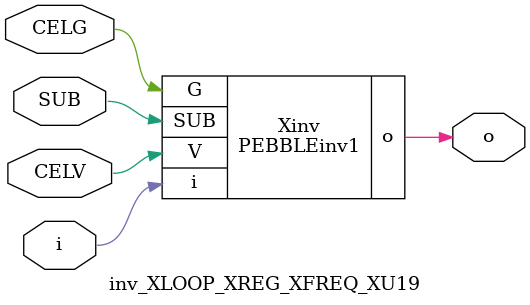
<source format=v>



module PEBBLEinv1 ( o, G, SUB, V, i );

  input V;
  input i;
  input G;
  output o;
  input SUB;
endmodule

//Celera Confidential Do Not Copy inv_XLOOP_XREG_XFREQ_XU19
//Celera Confidential Symbol Generator
//5V Inverter
module inv_XLOOP_XREG_XFREQ_XU19 (CELV,CELG,i,o,SUB);
input CELV;
input CELG;
input i;
input SUB;
output o;

//Celera Confidential Do Not Copy inv
PEBBLEinv1 Xinv(
.V (CELV),
.i (i),
.o (o),
.SUB (SUB),
.G (CELG)
);
//,diesize,PEBBLEinv1

//Celera Confidential Do Not Copy Module End
//Celera Schematic Generator
endmodule

</source>
